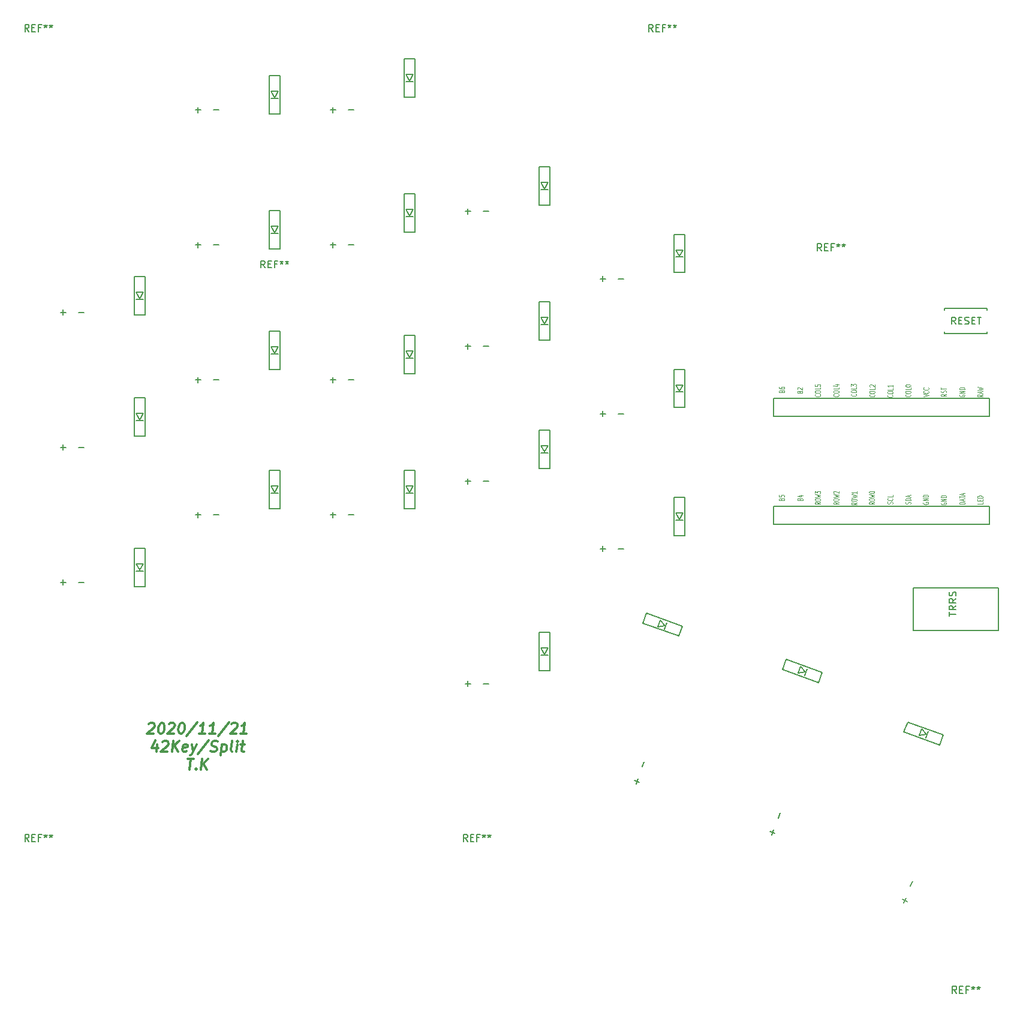
<source format=gto>
G04 #@! TF.GenerationSoftware,KiCad,Pcbnew,(5.1.5)-2*
G04 #@! TF.CreationDate,2020-11-21T23:22:43+09:00*
G04 #@! TF.ProjectId,42Key,34324b65-792e-46b6-9963-61645f706362,rev?*
G04 #@! TF.SameCoordinates,Original*
G04 #@! TF.FileFunction,Legend,Top*
G04 #@! TF.FilePolarity,Positive*
%FSLAX46Y46*%
G04 Gerber Fmt 4.6, Leading zero omitted, Abs format (unit mm)*
G04 Created by KiCad (PCBNEW (5.1.5)-2) date 2020-11-21 23:22:43*
%MOMM*%
%LPD*%
G04 APERTURE LIST*
%ADD10C,0.300000*%
%ADD11C,0.150000*%
%ADD12C,0.125000*%
G04 APERTURE END LIST*
D10*
X38363571Y-116626428D02*
X38443928Y-116555000D01*
X38595714Y-116483571D01*
X38952857Y-116483571D01*
X39086785Y-116555000D01*
X39149285Y-116626428D01*
X39202857Y-116769285D01*
X39185000Y-116912142D01*
X39086785Y-117126428D01*
X38122500Y-117983571D01*
X39051071Y-117983571D01*
X40167142Y-116483571D02*
X40310000Y-116483571D01*
X40443928Y-116555000D01*
X40506428Y-116626428D01*
X40560000Y-116769285D01*
X40595714Y-117055000D01*
X40551071Y-117412142D01*
X40443928Y-117697857D01*
X40354642Y-117840714D01*
X40274285Y-117912142D01*
X40122500Y-117983571D01*
X39979642Y-117983571D01*
X39845714Y-117912142D01*
X39783214Y-117840714D01*
X39729642Y-117697857D01*
X39693928Y-117412142D01*
X39738571Y-117055000D01*
X39845714Y-116769285D01*
X39935000Y-116626428D01*
X40015357Y-116555000D01*
X40167142Y-116483571D01*
X41220714Y-116626428D02*
X41301071Y-116555000D01*
X41452857Y-116483571D01*
X41810000Y-116483571D01*
X41943928Y-116555000D01*
X42006428Y-116626428D01*
X42060000Y-116769285D01*
X42042142Y-116912142D01*
X41943928Y-117126428D01*
X40979642Y-117983571D01*
X41908214Y-117983571D01*
X43024285Y-116483571D02*
X43167142Y-116483571D01*
X43301071Y-116555000D01*
X43363571Y-116626428D01*
X43417142Y-116769285D01*
X43452857Y-117055000D01*
X43408214Y-117412142D01*
X43301071Y-117697857D01*
X43211785Y-117840714D01*
X43131428Y-117912142D01*
X42979642Y-117983571D01*
X42836785Y-117983571D01*
X42702857Y-117912142D01*
X42640357Y-117840714D01*
X42586785Y-117697857D01*
X42551071Y-117412142D01*
X42595714Y-117055000D01*
X42702857Y-116769285D01*
X42792142Y-116626428D01*
X42872500Y-116555000D01*
X43024285Y-116483571D01*
X45247500Y-116412142D02*
X43720714Y-118340714D01*
X46336785Y-117983571D02*
X45479642Y-117983571D01*
X45908214Y-117983571D02*
X46095714Y-116483571D01*
X45926071Y-116697857D01*
X45765357Y-116840714D01*
X45613571Y-116912142D01*
X47765357Y-117983571D02*
X46908214Y-117983571D01*
X47336785Y-117983571D02*
X47524285Y-116483571D01*
X47354642Y-116697857D01*
X47193928Y-116840714D01*
X47042142Y-116912142D01*
X49676071Y-116412142D02*
X48149285Y-118340714D01*
X50077857Y-116626428D02*
X50158214Y-116555000D01*
X50310000Y-116483571D01*
X50667142Y-116483571D01*
X50801071Y-116555000D01*
X50863571Y-116626428D01*
X50917142Y-116769285D01*
X50899285Y-116912142D01*
X50801071Y-117126428D01*
X49836785Y-117983571D01*
X50765357Y-117983571D01*
X52193928Y-117983571D02*
X51336785Y-117983571D01*
X51765357Y-117983571D02*
X51952857Y-116483571D01*
X51783214Y-116697857D01*
X51622500Y-116840714D01*
X51470714Y-116912142D01*
X39568928Y-119533571D02*
X39443928Y-120533571D01*
X39283214Y-118962142D02*
X38792142Y-120033571D01*
X39720714Y-120033571D01*
X40327857Y-119176428D02*
X40408214Y-119105000D01*
X40560000Y-119033571D01*
X40917142Y-119033571D01*
X41051071Y-119105000D01*
X41113571Y-119176428D01*
X41167142Y-119319285D01*
X41149285Y-119462142D01*
X41051071Y-119676428D01*
X40086785Y-120533571D01*
X41015357Y-120533571D01*
X41658214Y-120533571D02*
X41845714Y-119033571D01*
X42515357Y-120533571D02*
X41979642Y-119676428D01*
X42702857Y-119033571D02*
X41738571Y-119890714D01*
X43738571Y-120462142D02*
X43586785Y-120533571D01*
X43301071Y-120533571D01*
X43167142Y-120462142D01*
X43113571Y-120319285D01*
X43185000Y-119747857D01*
X43274285Y-119605000D01*
X43426071Y-119533571D01*
X43711785Y-119533571D01*
X43845714Y-119605000D01*
X43899285Y-119747857D01*
X43881428Y-119890714D01*
X43149285Y-120033571D01*
X44426071Y-119533571D02*
X44658214Y-120533571D01*
X45140357Y-119533571D02*
X44658214Y-120533571D01*
X44470714Y-120890714D01*
X44390357Y-120962142D01*
X44238571Y-121033571D01*
X46854642Y-118962142D02*
X45327857Y-120890714D01*
X47095714Y-120462142D02*
X47301071Y-120533571D01*
X47658214Y-120533571D01*
X47810000Y-120462142D01*
X47890357Y-120390714D01*
X47979642Y-120247857D01*
X47997500Y-120105000D01*
X47943928Y-119962142D01*
X47881428Y-119890714D01*
X47747500Y-119819285D01*
X47470714Y-119747857D01*
X47336785Y-119676428D01*
X47274285Y-119605000D01*
X47220714Y-119462142D01*
X47238571Y-119319285D01*
X47327857Y-119176428D01*
X47408214Y-119105000D01*
X47560000Y-119033571D01*
X47917142Y-119033571D01*
X48122500Y-119105000D01*
X48711785Y-119533571D02*
X48524285Y-121033571D01*
X48702857Y-119605000D02*
X48854642Y-119533571D01*
X49140357Y-119533571D01*
X49274285Y-119605000D01*
X49336785Y-119676428D01*
X49390357Y-119819285D01*
X49336785Y-120247857D01*
X49247500Y-120390714D01*
X49167142Y-120462142D01*
X49015357Y-120533571D01*
X48729642Y-120533571D01*
X48595714Y-120462142D01*
X50158214Y-120533571D02*
X50024285Y-120462142D01*
X49970714Y-120319285D01*
X50131428Y-119033571D01*
X50729642Y-120533571D02*
X50854642Y-119533571D01*
X50917142Y-119033571D02*
X50836785Y-119105000D01*
X50899285Y-119176428D01*
X50979642Y-119105000D01*
X50917142Y-119033571D01*
X50899285Y-119176428D01*
X51354642Y-119533571D02*
X51926071Y-119533571D01*
X51631428Y-119033571D02*
X51470714Y-120319285D01*
X51524285Y-120462142D01*
X51658214Y-120533571D01*
X51801071Y-120533571D01*
X43845714Y-121583571D02*
X44702857Y-121583571D01*
X44086785Y-123083571D02*
X44274285Y-121583571D01*
X45033214Y-122940714D02*
X45095714Y-123012142D01*
X45015357Y-123083571D01*
X44952857Y-123012142D01*
X45033214Y-122940714D01*
X45015357Y-123083571D01*
X45729642Y-123083571D02*
X45917142Y-121583571D01*
X46586785Y-123083571D02*
X46051071Y-122226428D01*
X46774285Y-121583571D02*
X45810000Y-122440714D01*
D11*
X37075000Y-56590000D02*
X36575000Y-55690000D01*
X36575000Y-55690000D02*
X37575000Y-55690000D01*
X37575000Y-55690000D02*
X37075000Y-56590000D01*
X36575000Y-56690000D02*
X37575000Y-56690000D01*
X36325000Y-53490000D02*
X36325000Y-58890000D01*
X36325000Y-58890000D02*
X37825000Y-58890000D01*
X37825000Y-58890000D02*
X37825000Y-53490000D01*
X37825000Y-53490000D02*
X36325000Y-53490000D01*
X37100000Y-73680000D02*
X36600000Y-72780000D01*
X36600000Y-72780000D02*
X37600000Y-72780000D01*
X37600000Y-72780000D02*
X37100000Y-73680000D01*
X36600000Y-73780000D02*
X37600000Y-73780000D01*
X36350000Y-70580000D02*
X36350000Y-75980000D01*
X36350000Y-75980000D02*
X37850000Y-75980000D01*
X37850000Y-75980000D02*
X37850000Y-70580000D01*
X37850000Y-70580000D02*
X36350000Y-70580000D01*
X37075000Y-94908750D02*
X36575000Y-94008750D01*
X36575000Y-94008750D02*
X37575000Y-94008750D01*
X37575000Y-94008750D02*
X37075000Y-94908750D01*
X36575000Y-95008750D02*
X37575000Y-95008750D01*
X36325000Y-91808750D02*
X36325000Y-97208750D01*
X36325000Y-97208750D02*
X37825000Y-97208750D01*
X37825000Y-97208750D02*
X37825000Y-91808750D01*
X37825000Y-91808750D02*
X36325000Y-91808750D01*
X56875000Y-25133750D02*
X55375000Y-25133750D01*
X56875000Y-30533750D02*
X56875000Y-25133750D01*
X55375000Y-30533750D02*
X56875000Y-30533750D01*
X55375000Y-25133750D02*
X55375000Y-30533750D01*
X55625000Y-28333750D02*
X56625000Y-28333750D01*
X56625000Y-27333750D02*
X56125000Y-28233750D01*
X55625000Y-27333750D02*
X56625000Y-27333750D01*
X56125000Y-28233750D02*
X55625000Y-27333750D01*
X56125000Y-47283750D02*
X55625000Y-46383750D01*
X55625000Y-46383750D02*
X56625000Y-46383750D01*
X56625000Y-46383750D02*
X56125000Y-47283750D01*
X55625000Y-47383750D02*
X56625000Y-47383750D01*
X55375000Y-44183750D02*
X55375000Y-49583750D01*
X55375000Y-49583750D02*
X56875000Y-49583750D01*
X56875000Y-49583750D02*
X56875000Y-44183750D01*
X56875000Y-44183750D02*
X55375000Y-44183750D01*
X56875000Y-61198750D02*
X55375000Y-61198750D01*
X56875000Y-66598750D02*
X56875000Y-61198750D01*
X55375000Y-66598750D02*
X56875000Y-66598750D01*
X55375000Y-61198750D02*
X55375000Y-66598750D01*
X55625000Y-64398750D02*
X56625000Y-64398750D01*
X56625000Y-63398750D02*
X56125000Y-64298750D01*
X55625000Y-63398750D02*
X56625000Y-63398750D01*
X56125000Y-64298750D02*
X55625000Y-63398750D01*
X56875000Y-80855000D02*
X55375000Y-80855000D01*
X56875000Y-86255000D02*
X56875000Y-80855000D01*
X55375000Y-86255000D02*
X56875000Y-86255000D01*
X55375000Y-80855000D02*
X55375000Y-86255000D01*
X55625000Y-84055000D02*
X56625000Y-84055000D01*
X56625000Y-83055000D02*
X56125000Y-83955000D01*
X55625000Y-83055000D02*
X56625000Y-83055000D01*
X56125000Y-83955000D02*
X55625000Y-83055000D01*
X75175000Y-25852500D02*
X74675000Y-24952500D01*
X74675000Y-24952500D02*
X75675000Y-24952500D01*
X75675000Y-24952500D02*
X75175000Y-25852500D01*
X74675000Y-25952500D02*
X75675000Y-25952500D01*
X74425000Y-22752500D02*
X74425000Y-28152500D01*
X74425000Y-28152500D02*
X75925000Y-28152500D01*
X75925000Y-28152500D02*
X75925000Y-22752500D01*
X75925000Y-22752500D02*
X74425000Y-22752500D01*
X75175000Y-44902500D02*
X74675000Y-44002500D01*
X74675000Y-44002500D02*
X75675000Y-44002500D01*
X75675000Y-44002500D02*
X75175000Y-44902500D01*
X74675000Y-45002500D02*
X75675000Y-45002500D01*
X74425000Y-41802500D02*
X74425000Y-47202500D01*
X74425000Y-47202500D02*
X75925000Y-47202500D01*
X75925000Y-47202500D02*
X75925000Y-41802500D01*
X75925000Y-41802500D02*
X74425000Y-41802500D01*
X75175000Y-64905000D02*
X74675000Y-64005000D01*
X74675000Y-64005000D02*
X75675000Y-64005000D01*
X75675000Y-64005000D02*
X75175000Y-64905000D01*
X74675000Y-65005000D02*
X75675000Y-65005000D01*
X74425000Y-61805000D02*
X74425000Y-67205000D01*
X74425000Y-67205000D02*
X75925000Y-67205000D01*
X75925000Y-67205000D02*
X75925000Y-61805000D01*
X75925000Y-61805000D02*
X74425000Y-61805000D01*
X75175000Y-83955000D02*
X74675000Y-83055000D01*
X74675000Y-83055000D02*
X75675000Y-83055000D01*
X75675000Y-83055000D02*
X75175000Y-83955000D01*
X74675000Y-84055000D02*
X75675000Y-84055000D01*
X74425000Y-80855000D02*
X74425000Y-86255000D01*
X74425000Y-86255000D02*
X75925000Y-86255000D01*
X75925000Y-86255000D02*
X75925000Y-80855000D01*
X75925000Y-80855000D02*
X74425000Y-80855000D01*
X94975000Y-37992500D02*
X93475000Y-37992500D01*
X94975000Y-43392500D02*
X94975000Y-37992500D01*
X93475000Y-43392500D02*
X94975000Y-43392500D01*
X93475000Y-37992500D02*
X93475000Y-43392500D01*
X93725000Y-41192500D02*
X94725000Y-41192500D01*
X94725000Y-40192500D02*
X94225000Y-41092500D01*
X93725000Y-40192500D02*
X94725000Y-40192500D01*
X94225000Y-41092500D02*
X93725000Y-40192500D01*
X94975000Y-57042500D02*
X93475000Y-57042500D01*
X94975000Y-62442500D02*
X94975000Y-57042500D01*
X93475000Y-62442500D02*
X94975000Y-62442500D01*
X93475000Y-57042500D02*
X93475000Y-62442500D01*
X93725000Y-60242500D02*
X94725000Y-60242500D01*
X94725000Y-59242500D02*
X94225000Y-60142500D01*
X93725000Y-59242500D02*
X94725000Y-59242500D01*
X94225000Y-60142500D02*
X93725000Y-59242500D01*
X94975000Y-75140000D02*
X93475000Y-75140000D01*
X94975000Y-80540000D02*
X94975000Y-75140000D01*
X93475000Y-80540000D02*
X94975000Y-80540000D01*
X93475000Y-75140000D02*
X93475000Y-80540000D01*
X93725000Y-78340000D02*
X94725000Y-78340000D01*
X94725000Y-77340000D02*
X94225000Y-78240000D01*
X93725000Y-77340000D02*
X94725000Y-77340000D01*
X94225000Y-78240000D02*
X93725000Y-77340000D01*
X113275000Y-50617500D02*
X112775000Y-49717500D01*
X112775000Y-49717500D02*
X113775000Y-49717500D01*
X113775000Y-49717500D02*
X113275000Y-50617500D01*
X112775000Y-50717500D02*
X113775000Y-50717500D01*
X112525000Y-47517500D02*
X112525000Y-52917500D01*
X112525000Y-52917500D02*
X114025000Y-52917500D01*
X114025000Y-52917500D02*
X114025000Y-47517500D01*
X114025000Y-47517500D02*
X112525000Y-47517500D01*
X113275000Y-69667500D02*
X112775000Y-68767500D01*
X112775000Y-68767500D02*
X113775000Y-68767500D01*
X113775000Y-68767500D02*
X113275000Y-69667500D01*
X112775000Y-69767500D02*
X113775000Y-69767500D01*
X112525000Y-66567500D02*
X112525000Y-71967500D01*
X112525000Y-71967500D02*
X114025000Y-71967500D01*
X114025000Y-71967500D02*
X114025000Y-66567500D01*
X114025000Y-66567500D02*
X112525000Y-66567500D01*
X113275000Y-87765000D02*
X112775000Y-86865000D01*
X112775000Y-86865000D02*
X113775000Y-86865000D01*
X113775000Y-86865000D02*
X113275000Y-87765000D01*
X112775000Y-87865000D02*
X113775000Y-87865000D01*
X112525000Y-84665000D02*
X112525000Y-90065000D01*
X112525000Y-90065000D02*
X114025000Y-90065000D01*
X114025000Y-90065000D02*
X114025000Y-84665000D01*
X114025000Y-84665000D02*
X112525000Y-84665000D01*
X94975000Y-103715000D02*
X93475000Y-103715000D01*
X94975000Y-109115000D02*
X94975000Y-103715000D01*
X93475000Y-109115000D02*
X94975000Y-109115000D01*
X93475000Y-103715000D02*
X93475000Y-109115000D01*
X93725000Y-106915000D02*
X94725000Y-106915000D01*
X94725000Y-105915000D02*
X94225000Y-106815000D01*
X93725000Y-105915000D02*
X94725000Y-105915000D01*
X94225000Y-106815000D02*
X93725000Y-105915000D01*
X108613095Y-100976776D02*
X108100065Y-102386315D01*
X113687435Y-102823685D02*
X108613095Y-100976776D01*
X113174405Y-104233224D02*
X113687435Y-102823685D01*
X108100065Y-102386315D02*
X113174405Y-104233224D01*
X111192586Y-103245856D02*
X111534606Y-102306164D01*
X110594914Y-101964144D02*
X111269627Y-102741808D01*
X110252894Y-102903836D02*
X110594914Y-101964144D01*
X111269627Y-102741808D02*
X110252894Y-102903836D01*
X128376391Y-107513440D02*
X127863361Y-108922979D01*
X133450731Y-109360349D02*
X128376391Y-107513440D01*
X132937701Y-110769888D02*
X133450731Y-109360349D01*
X127863361Y-108922979D02*
X132937701Y-110769888D01*
X130955882Y-109782520D02*
X131297902Y-108842828D01*
X130358210Y-108500808D02*
X131032923Y-109278472D01*
X130016190Y-109440500D02*
X130358210Y-108500808D01*
X131032923Y-109278472D02*
X130016190Y-109440500D01*
X145514116Y-116342429D02*
X145001086Y-117751968D01*
X150588456Y-118189338D02*
X145514116Y-116342429D01*
X150075426Y-119598877D02*
X150588456Y-118189338D01*
X145001086Y-117751968D02*
X150075426Y-119598877D01*
X148093607Y-118611509D02*
X148435627Y-117671817D01*
X147495935Y-117329797D02*
X148170648Y-118107461D01*
X147153915Y-118269489D02*
X147495935Y-117329797D01*
X148170648Y-118107461D02*
X147153915Y-118269489D01*
X158350000Y-97390000D02*
X158350000Y-103390000D01*
X158350000Y-103390000D02*
X146350000Y-103390000D01*
X146350000Y-103390000D02*
X146350000Y-97390000D01*
X146350000Y-97390000D02*
X158350000Y-97390000D01*
X150756250Y-61492500D02*
X156756250Y-61492500D01*
X156756250Y-61492500D02*
X156756250Y-61242500D01*
X150756250Y-61492500D02*
X150756250Y-61242500D01*
X150756250Y-57992500D02*
X150756250Y-58242500D01*
X150756250Y-57992500D02*
X156756250Y-57992500D01*
X156756250Y-57992500D02*
X156756250Y-58242500D01*
X126568000Y-85876400D02*
X157048000Y-85876400D01*
X126568000Y-88416400D02*
X126568000Y-85876400D01*
X157048000Y-88416400D02*
X126568000Y-88416400D01*
X157048000Y-85876400D02*
X157048000Y-88416400D01*
X126568000Y-70656400D02*
X157048000Y-70656400D01*
X126568000Y-73196400D02*
X126568000Y-70656400D01*
X157048000Y-73196400D02*
X126568000Y-73196400D01*
X157048000Y-70656400D02*
X157048000Y-73196400D01*
X54791666Y-52232380D02*
X54458333Y-51756190D01*
X54220238Y-52232380D02*
X54220238Y-51232380D01*
X54601190Y-51232380D01*
X54696428Y-51280000D01*
X54744047Y-51327619D01*
X54791666Y-51422857D01*
X54791666Y-51565714D01*
X54744047Y-51660952D01*
X54696428Y-51708571D01*
X54601190Y-51756190D01*
X54220238Y-51756190D01*
X55220238Y-51708571D02*
X55553571Y-51708571D01*
X55696428Y-52232380D02*
X55220238Y-52232380D01*
X55220238Y-51232380D01*
X55696428Y-51232380D01*
X56458333Y-51708571D02*
X56125000Y-51708571D01*
X56125000Y-52232380D02*
X56125000Y-51232380D01*
X56601190Y-51232380D01*
X57125000Y-51232380D02*
X57125000Y-51470476D01*
X56886904Y-51375238D02*
X57125000Y-51470476D01*
X57363095Y-51375238D01*
X56982142Y-51660952D02*
X57125000Y-51470476D01*
X57267857Y-51660952D01*
X57886904Y-51232380D02*
X57886904Y-51470476D01*
X57648809Y-51375238D02*
X57886904Y-51470476D01*
X58125000Y-51375238D01*
X57744047Y-51660952D02*
X57886904Y-51470476D01*
X58029761Y-51660952D01*
X109560416Y-18894880D02*
X109227083Y-18418690D01*
X108988988Y-18894880D02*
X108988988Y-17894880D01*
X109369940Y-17894880D01*
X109465178Y-17942500D01*
X109512797Y-17990119D01*
X109560416Y-18085357D01*
X109560416Y-18228214D01*
X109512797Y-18323452D01*
X109465178Y-18371071D01*
X109369940Y-18418690D01*
X108988988Y-18418690D01*
X109988988Y-18371071D02*
X110322321Y-18371071D01*
X110465178Y-18894880D02*
X109988988Y-18894880D01*
X109988988Y-17894880D01*
X110465178Y-17894880D01*
X111227083Y-18371071D02*
X110893750Y-18371071D01*
X110893750Y-18894880D02*
X110893750Y-17894880D01*
X111369940Y-17894880D01*
X111893750Y-17894880D02*
X111893750Y-18132976D01*
X111655654Y-18037738D02*
X111893750Y-18132976D01*
X112131845Y-18037738D01*
X111750892Y-18323452D02*
X111893750Y-18132976D01*
X112036607Y-18323452D01*
X112655654Y-17894880D02*
X112655654Y-18132976D01*
X112417559Y-18037738D02*
X112655654Y-18132976D01*
X112893750Y-18037738D01*
X112512797Y-18323452D02*
X112655654Y-18132976D01*
X112798511Y-18323452D01*
X133372916Y-49851130D02*
X133039583Y-49374940D01*
X132801488Y-49851130D02*
X132801488Y-48851130D01*
X133182440Y-48851130D01*
X133277678Y-48898750D01*
X133325297Y-48946369D01*
X133372916Y-49041607D01*
X133372916Y-49184464D01*
X133325297Y-49279702D01*
X133277678Y-49327321D01*
X133182440Y-49374940D01*
X132801488Y-49374940D01*
X133801488Y-49327321D02*
X134134821Y-49327321D01*
X134277678Y-49851130D02*
X133801488Y-49851130D01*
X133801488Y-48851130D01*
X134277678Y-48851130D01*
X135039583Y-49327321D02*
X134706250Y-49327321D01*
X134706250Y-49851130D02*
X134706250Y-48851130D01*
X135182440Y-48851130D01*
X135706250Y-48851130D02*
X135706250Y-49089226D01*
X135468154Y-48993988D02*
X135706250Y-49089226D01*
X135944345Y-48993988D01*
X135563392Y-49279702D02*
X135706250Y-49089226D01*
X135849107Y-49279702D01*
X136468154Y-48851130D02*
X136468154Y-49089226D01*
X136230059Y-48993988D02*
X136468154Y-49089226D01*
X136706250Y-48993988D01*
X136325297Y-49279702D02*
X136468154Y-49089226D01*
X136611011Y-49279702D01*
X152422916Y-154626130D02*
X152089583Y-154149940D01*
X151851488Y-154626130D02*
X151851488Y-153626130D01*
X152232440Y-153626130D01*
X152327678Y-153673750D01*
X152375297Y-153721369D01*
X152422916Y-153816607D01*
X152422916Y-153959464D01*
X152375297Y-154054702D01*
X152327678Y-154102321D01*
X152232440Y-154149940D01*
X151851488Y-154149940D01*
X152851488Y-154102321D02*
X153184821Y-154102321D01*
X153327678Y-154626130D02*
X152851488Y-154626130D01*
X152851488Y-153626130D01*
X153327678Y-153626130D01*
X154089583Y-154102321D02*
X153756250Y-154102321D01*
X153756250Y-154626130D02*
X153756250Y-153626130D01*
X154232440Y-153626130D01*
X154756250Y-153626130D02*
X154756250Y-153864226D01*
X154518154Y-153768988D02*
X154756250Y-153864226D01*
X154994345Y-153768988D01*
X154613392Y-154054702D02*
X154756250Y-153864226D01*
X154899107Y-154054702D01*
X155518154Y-153626130D02*
X155518154Y-153864226D01*
X155280059Y-153768988D02*
X155518154Y-153864226D01*
X155756250Y-153768988D01*
X155375297Y-154054702D02*
X155518154Y-153864226D01*
X155661011Y-154054702D01*
X83366666Y-133194880D02*
X83033333Y-132718690D01*
X82795238Y-133194880D02*
X82795238Y-132194880D01*
X83176190Y-132194880D01*
X83271428Y-132242500D01*
X83319047Y-132290119D01*
X83366666Y-132385357D01*
X83366666Y-132528214D01*
X83319047Y-132623452D01*
X83271428Y-132671071D01*
X83176190Y-132718690D01*
X82795238Y-132718690D01*
X83795238Y-132671071D02*
X84128571Y-132671071D01*
X84271428Y-133194880D02*
X83795238Y-133194880D01*
X83795238Y-132194880D01*
X84271428Y-132194880D01*
X85033333Y-132671071D02*
X84700000Y-132671071D01*
X84700000Y-133194880D02*
X84700000Y-132194880D01*
X85176190Y-132194880D01*
X85700000Y-132194880D02*
X85700000Y-132432976D01*
X85461904Y-132337738D02*
X85700000Y-132432976D01*
X85938095Y-132337738D01*
X85557142Y-132623452D02*
X85700000Y-132432976D01*
X85842857Y-132623452D01*
X86461904Y-132194880D02*
X86461904Y-132432976D01*
X86223809Y-132337738D02*
X86461904Y-132432976D01*
X86700000Y-132337738D01*
X86319047Y-132623452D02*
X86461904Y-132432976D01*
X86604761Y-132623452D01*
X21454166Y-133194880D02*
X21120833Y-132718690D01*
X20882738Y-133194880D02*
X20882738Y-132194880D01*
X21263690Y-132194880D01*
X21358928Y-132242500D01*
X21406547Y-132290119D01*
X21454166Y-132385357D01*
X21454166Y-132528214D01*
X21406547Y-132623452D01*
X21358928Y-132671071D01*
X21263690Y-132718690D01*
X20882738Y-132718690D01*
X21882738Y-132671071D02*
X22216071Y-132671071D01*
X22358928Y-133194880D02*
X21882738Y-133194880D01*
X21882738Y-132194880D01*
X22358928Y-132194880D01*
X23120833Y-132671071D02*
X22787500Y-132671071D01*
X22787500Y-133194880D02*
X22787500Y-132194880D01*
X23263690Y-132194880D01*
X23787500Y-132194880D02*
X23787500Y-132432976D01*
X23549404Y-132337738D02*
X23787500Y-132432976D01*
X24025595Y-132337738D01*
X23644642Y-132623452D02*
X23787500Y-132432976D01*
X23930357Y-132623452D01*
X24549404Y-132194880D02*
X24549404Y-132432976D01*
X24311309Y-132337738D02*
X24549404Y-132432976D01*
X24787500Y-132337738D01*
X24406547Y-132623452D02*
X24549404Y-132432976D01*
X24692261Y-132623452D01*
X21454166Y-18894880D02*
X21120833Y-18418690D01*
X20882738Y-18894880D02*
X20882738Y-17894880D01*
X21263690Y-17894880D01*
X21358928Y-17942500D01*
X21406547Y-17990119D01*
X21454166Y-18085357D01*
X21454166Y-18228214D01*
X21406547Y-18323452D01*
X21358928Y-18371071D01*
X21263690Y-18418690D01*
X20882738Y-18418690D01*
X21882738Y-18371071D02*
X22216071Y-18371071D01*
X22358928Y-18894880D02*
X21882738Y-18894880D01*
X21882738Y-17894880D01*
X22358928Y-17894880D01*
X23120833Y-18371071D02*
X22787500Y-18371071D01*
X22787500Y-18894880D02*
X22787500Y-17894880D01*
X23263690Y-17894880D01*
X23787500Y-17894880D02*
X23787500Y-18132976D01*
X23549404Y-18037738D02*
X23787500Y-18132976D01*
X24025595Y-18037738D01*
X23644642Y-18323452D02*
X23787500Y-18132976D01*
X23930357Y-18323452D01*
X24549404Y-17894880D02*
X24549404Y-18132976D01*
X24311309Y-18037738D02*
X24549404Y-18132976D01*
X24787500Y-18037738D01*
X24406547Y-18323452D02*
X24549404Y-18132976D01*
X24692261Y-18323452D01*
X145924414Y-139513570D02*
X146209828Y-138807144D01*
X144972913Y-141868617D02*
X145258327Y-141162191D01*
X145468833Y-141658111D02*
X144762407Y-141372697D01*
X151352380Y-101401904D02*
X151352380Y-100830476D01*
X152352380Y-101116190D02*
X151352380Y-101116190D01*
X152352380Y-99925714D02*
X151876190Y-100259047D01*
X152352380Y-100497142D02*
X151352380Y-100497142D01*
X151352380Y-100116190D01*
X151400000Y-100020952D01*
X151447619Y-99973333D01*
X151542857Y-99925714D01*
X151685714Y-99925714D01*
X151780952Y-99973333D01*
X151828571Y-100020952D01*
X151876190Y-100116190D01*
X151876190Y-100497142D01*
X152352380Y-98925714D02*
X151876190Y-99259047D01*
X152352380Y-99497142D02*
X151352380Y-99497142D01*
X151352380Y-99116190D01*
X151400000Y-99020952D01*
X151447619Y-98973333D01*
X151542857Y-98925714D01*
X151685714Y-98925714D01*
X151780952Y-98973333D01*
X151828571Y-99020952D01*
X151876190Y-99116190D01*
X151876190Y-99497142D01*
X152304761Y-98544761D02*
X152352380Y-98401904D01*
X152352380Y-98163809D01*
X152304761Y-98068571D01*
X152257142Y-98020952D01*
X152161904Y-97973333D01*
X152066666Y-97973333D01*
X151971428Y-98020952D01*
X151923809Y-98068571D01*
X151876190Y-98163809D01*
X151828571Y-98354285D01*
X151780952Y-98449523D01*
X151733333Y-98497142D01*
X151638095Y-98544761D01*
X151542857Y-98544761D01*
X151447619Y-98497142D01*
X151400000Y-98449523D01*
X151352380Y-98354285D01*
X151352380Y-98116190D01*
X151400000Y-97973333D01*
X152303869Y-60194880D02*
X151970535Y-59718690D01*
X151732440Y-60194880D02*
X151732440Y-59194880D01*
X152113392Y-59194880D01*
X152208630Y-59242500D01*
X152256250Y-59290119D01*
X152303869Y-59385357D01*
X152303869Y-59528214D01*
X152256250Y-59623452D01*
X152208630Y-59671071D01*
X152113392Y-59718690D01*
X151732440Y-59718690D01*
X152732440Y-59671071D02*
X153065773Y-59671071D01*
X153208630Y-60194880D02*
X152732440Y-60194880D01*
X152732440Y-59194880D01*
X153208630Y-59194880D01*
X153589583Y-60147261D02*
X153732440Y-60194880D01*
X153970535Y-60194880D01*
X154065773Y-60147261D01*
X154113392Y-60099642D01*
X154161011Y-60004404D01*
X154161011Y-59909166D01*
X154113392Y-59813928D01*
X154065773Y-59766309D01*
X153970535Y-59718690D01*
X153780059Y-59671071D01*
X153684821Y-59623452D01*
X153637202Y-59575833D01*
X153589583Y-59480595D01*
X153589583Y-59385357D01*
X153637202Y-59290119D01*
X153684821Y-59242500D01*
X153780059Y-59194880D01*
X154018154Y-59194880D01*
X154161011Y-59242500D01*
X154589583Y-59671071D02*
X154922916Y-59671071D01*
X155065773Y-60194880D02*
X154589583Y-60194880D01*
X154589583Y-59194880D01*
X155065773Y-59194880D01*
X155351488Y-59194880D02*
X155922916Y-59194880D01*
X155637202Y-60194880D02*
X155637202Y-59194880D01*
X28429047Y-58551428D02*
X29190952Y-58551428D01*
X25899047Y-58551428D02*
X26660952Y-58551428D01*
X26280000Y-58932380D02*
X26280000Y-58170476D01*
X28429047Y-77601428D02*
X29190952Y-77601428D01*
X25899047Y-77601428D02*
X26660952Y-77601428D01*
X26280000Y-77982380D02*
X26280000Y-77220476D01*
X28429047Y-96651428D02*
X29190952Y-96651428D01*
X25899047Y-96651428D02*
X26660952Y-96651428D01*
X26280000Y-97032380D02*
X26280000Y-96270476D01*
X44949047Y-29976428D02*
X45710952Y-29976428D01*
X45330000Y-30357380D02*
X45330000Y-29595476D01*
X47479047Y-29976428D02*
X48240952Y-29976428D01*
X44949047Y-49026428D02*
X45710952Y-49026428D01*
X45330000Y-49407380D02*
X45330000Y-48645476D01*
X47479047Y-49026428D02*
X48240952Y-49026428D01*
X47479047Y-68076428D02*
X48240952Y-68076428D01*
X44949047Y-68076428D02*
X45710952Y-68076428D01*
X45330000Y-68457380D02*
X45330000Y-67695476D01*
X47479047Y-87126428D02*
X48240952Y-87126428D01*
X44949047Y-87126428D02*
X45710952Y-87126428D01*
X45330000Y-87507380D02*
X45330000Y-86745476D01*
X63999047Y-29976428D02*
X64760952Y-29976428D01*
X64380000Y-30357380D02*
X64380000Y-29595476D01*
X66529047Y-29976428D02*
X67290952Y-29976428D01*
X63999047Y-49026428D02*
X64760952Y-49026428D01*
X64380000Y-49407380D02*
X64380000Y-48645476D01*
X66529047Y-49026428D02*
X67290952Y-49026428D01*
X66529047Y-68076428D02*
X67290952Y-68076428D01*
X63999047Y-68076428D02*
X64760952Y-68076428D01*
X64380000Y-68457380D02*
X64380000Y-67695476D01*
X66529047Y-87126428D02*
X67290952Y-87126428D01*
X63999047Y-87126428D02*
X64760952Y-87126428D01*
X64380000Y-87507380D02*
X64380000Y-86745476D01*
X83049047Y-44263928D02*
X83810952Y-44263928D01*
X83430000Y-44644880D02*
X83430000Y-43882976D01*
X85579047Y-44263928D02*
X86340952Y-44263928D01*
X83049047Y-63313928D02*
X83810952Y-63313928D01*
X83430000Y-63694880D02*
X83430000Y-62932976D01*
X85579047Y-63313928D02*
X86340952Y-63313928D01*
X85579047Y-82363928D02*
X86340952Y-82363928D01*
X83049047Y-82363928D02*
X83810952Y-82363928D01*
X83430000Y-82744880D02*
X83430000Y-81982976D01*
X102099047Y-53788928D02*
X102860952Y-53788928D01*
X102480000Y-54169880D02*
X102480000Y-53407976D01*
X104629047Y-53788928D02*
X105390952Y-53788928D01*
X104629047Y-72838928D02*
X105390952Y-72838928D01*
X102099047Y-72838928D02*
X102860952Y-72838928D01*
X102480000Y-73219880D02*
X102480000Y-72457976D01*
X102099047Y-91888928D02*
X102860952Y-91888928D01*
X102480000Y-92269880D02*
X102480000Y-91507976D01*
X104629047Y-91888928D02*
X105390952Y-91888928D01*
X83049047Y-110938928D02*
X83810952Y-110938928D01*
X83430000Y-111319880D02*
X83430000Y-110557976D01*
X85579047Y-110938928D02*
X86340952Y-110938928D01*
X107161386Y-125062888D02*
X107421973Y-124346931D01*
X107649658Y-124835203D02*
X106933701Y-124574616D01*
X108030117Y-122676069D02*
X108290704Y-121960112D01*
X126292913Y-132258617D02*
X126578327Y-131552191D01*
X126788833Y-132048111D02*
X126082407Y-131762697D01*
X127244414Y-129903570D02*
X127529828Y-129197144D01*
D12*
X138337285Y-85370952D02*
X137980142Y-85537619D01*
X138337285Y-85656666D02*
X137587285Y-85656666D01*
X137587285Y-85466190D01*
X137623000Y-85418571D01*
X137658714Y-85394761D01*
X137730142Y-85370952D01*
X137837285Y-85370952D01*
X137908714Y-85394761D01*
X137944428Y-85418571D01*
X137980142Y-85466190D01*
X137980142Y-85656666D01*
X137587285Y-85061428D02*
X137587285Y-84966190D01*
X137623000Y-84918571D01*
X137694428Y-84870952D01*
X137837285Y-84847142D01*
X138087285Y-84847142D01*
X138230142Y-84870952D01*
X138301571Y-84918571D01*
X138337285Y-84966190D01*
X138337285Y-85061428D01*
X138301571Y-85109047D01*
X138230142Y-85156666D01*
X138087285Y-85180476D01*
X137837285Y-85180476D01*
X137694428Y-85156666D01*
X137623000Y-85109047D01*
X137587285Y-85061428D01*
X137587285Y-84680476D02*
X138337285Y-84561428D01*
X137801571Y-84466190D01*
X138337285Y-84370952D01*
X137587285Y-84251904D01*
X138337285Y-83799523D02*
X138337285Y-84085238D01*
X138337285Y-83942380D02*
X137587285Y-83942380D01*
X137694428Y-83990000D01*
X137765857Y-84037619D01*
X137801571Y-84085238D01*
X135717857Y-70087619D02*
X135753571Y-70111428D01*
X135789285Y-70182857D01*
X135789285Y-70230476D01*
X135753571Y-70301904D01*
X135682142Y-70349523D01*
X135610714Y-70373333D01*
X135467857Y-70397142D01*
X135360714Y-70397142D01*
X135217857Y-70373333D01*
X135146428Y-70349523D01*
X135075000Y-70301904D01*
X135039285Y-70230476D01*
X135039285Y-70182857D01*
X135075000Y-70111428D01*
X135110714Y-70087619D01*
X135039285Y-69778095D02*
X135039285Y-69682857D01*
X135075000Y-69635238D01*
X135146428Y-69587619D01*
X135289285Y-69563809D01*
X135539285Y-69563809D01*
X135682142Y-69587619D01*
X135753571Y-69635238D01*
X135789285Y-69682857D01*
X135789285Y-69778095D01*
X135753571Y-69825714D01*
X135682142Y-69873333D01*
X135539285Y-69897142D01*
X135289285Y-69897142D01*
X135146428Y-69873333D01*
X135075000Y-69825714D01*
X135039285Y-69778095D01*
X135789285Y-69111428D02*
X135789285Y-69349523D01*
X135039285Y-69349523D01*
X135289285Y-68730476D02*
X135789285Y-68730476D01*
X135003571Y-68849523D02*
X135539285Y-68968571D01*
X135539285Y-68659047D01*
X135789285Y-85320952D02*
X135432142Y-85487619D01*
X135789285Y-85606666D02*
X135039285Y-85606666D01*
X135039285Y-85416190D01*
X135075000Y-85368571D01*
X135110714Y-85344761D01*
X135182142Y-85320952D01*
X135289285Y-85320952D01*
X135360714Y-85344761D01*
X135396428Y-85368571D01*
X135432142Y-85416190D01*
X135432142Y-85606666D01*
X135039285Y-85011428D02*
X135039285Y-84916190D01*
X135075000Y-84868571D01*
X135146428Y-84820952D01*
X135289285Y-84797142D01*
X135539285Y-84797142D01*
X135682142Y-84820952D01*
X135753571Y-84868571D01*
X135789285Y-84916190D01*
X135789285Y-85011428D01*
X135753571Y-85059047D01*
X135682142Y-85106666D01*
X135539285Y-85130476D01*
X135289285Y-85130476D01*
X135146428Y-85106666D01*
X135075000Y-85059047D01*
X135039285Y-85011428D01*
X135039285Y-84630476D02*
X135789285Y-84511428D01*
X135253571Y-84416190D01*
X135789285Y-84320952D01*
X135039285Y-84201904D01*
X135110714Y-84035238D02*
X135075000Y-84011428D01*
X135039285Y-83963809D01*
X135039285Y-83844761D01*
X135075000Y-83797142D01*
X135110714Y-83773333D01*
X135182142Y-83749523D01*
X135253571Y-83749523D01*
X135360714Y-83773333D01*
X135789285Y-84059047D01*
X135789285Y-83749523D01*
X133122357Y-70087619D02*
X133158071Y-70111428D01*
X133193785Y-70182857D01*
X133193785Y-70230476D01*
X133158071Y-70301904D01*
X133086642Y-70349523D01*
X133015214Y-70373333D01*
X132872357Y-70397142D01*
X132765214Y-70397142D01*
X132622357Y-70373333D01*
X132550928Y-70349523D01*
X132479500Y-70301904D01*
X132443785Y-70230476D01*
X132443785Y-70182857D01*
X132479500Y-70111428D01*
X132515214Y-70087619D01*
X132443785Y-69778095D02*
X132443785Y-69682857D01*
X132479500Y-69635238D01*
X132550928Y-69587619D01*
X132693785Y-69563809D01*
X132943785Y-69563809D01*
X133086642Y-69587619D01*
X133158071Y-69635238D01*
X133193785Y-69682857D01*
X133193785Y-69778095D01*
X133158071Y-69825714D01*
X133086642Y-69873333D01*
X132943785Y-69897142D01*
X132693785Y-69897142D01*
X132550928Y-69873333D01*
X132479500Y-69825714D01*
X132443785Y-69778095D01*
X133193785Y-69111428D02*
X133193785Y-69349523D01*
X132443785Y-69349523D01*
X132443785Y-68706666D02*
X132443785Y-68944761D01*
X132800928Y-68968571D01*
X132765214Y-68944761D01*
X132729500Y-68897142D01*
X132729500Y-68778095D01*
X132765214Y-68730476D01*
X132800928Y-68706666D01*
X132872357Y-68682857D01*
X133050928Y-68682857D01*
X133122357Y-68706666D01*
X133158071Y-68730476D01*
X133193785Y-68778095D01*
X133193785Y-68897142D01*
X133158071Y-68944761D01*
X133122357Y-68968571D01*
X133193785Y-85320952D02*
X132836642Y-85487619D01*
X133193785Y-85606666D02*
X132443785Y-85606666D01*
X132443785Y-85416190D01*
X132479500Y-85368571D01*
X132515214Y-85344761D01*
X132586642Y-85320952D01*
X132693785Y-85320952D01*
X132765214Y-85344761D01*
X132800928Y-85368571D01*
X132836642Y-85416190D01*
X132836642Y-85606666D01*
X132443785Y-85011428D02*
X132443785Y-84916190D01*
X132479500Y-84868571D01*
X132550928Y-84820952D01*
X132693785Y-84797142D01*
X132943785Y-84797142D01*
X133086642Y-84820952D01*
X133158071Y-84868571D01*
X133193785Y-84916190D01*
X133193785Y-85011428D01*
X133158071Y-85059047D01*
X133086642Y-85106666D01*
X132943785Y-85130476D01*
X132693785Y-85130476D01*
X132550928Y-85106666D01*
X132479500Y-85059047D01*
X132443785Y-85011428D01*
X132443785Y-84630476D02*
X133193785Y-84511428D01*
X132658071Y-84416190D01*
X133193785Y-84320952D01*
X132443785Y-84201904D01*
X132443785Y-84059047D02*
X132443785Y-83749523D01*
X132729500Y-83916190D01*
X132729500Y-83844761D01*
X132765214Y-83797142D01*
X132800928Y-83773333D01*
X132872357Y-83749523D01*
X133050928Y-83749523D01*
X133122357Y-83773333D01*
X133158071Y-83797142D01*
X133193785Y-83844761D01*
X133193785Y-83987619D01*
X133158071Y-84035238D01*
X133122357Y-84059047D01*
X130296428Y-69742380D02*
X130332142Y-69670952D01*
X130367857Y-69647142D01*
X130439285Y-69623333D01*
X130546428Y-69623333D01*
X130617857Y-69647142D01*
X130653571Y-69670952D01*
X130689285Y-69718571D01*
X130689285Y-69909047D01*
X129939285Y-69909047D01*
X129939285Y-69742380D01*
X129975000Y-69694761D01*
X130010714Y-69670952D01*
X130082142Y-69647142D01*
X130153571Y-69647142D01*
X130225000Y-69670952D01*
X130260714Y-69694761D01*
X130296428Y-69742380D01*
X130296428Y-69909047D01*
X130010714Y-69432857D02*
X129975000Y-69409047D01*
X129939285Y-69361428D01*
X129939285Y-69242380D01*
X129975000Y-69194761D01*
X130010714Y-69170952D01*
X130082142Y-69147142D01*
X130153571Y-69147142D01*
X130260714Y-69170952D01*
X130689285Y-69456666D01*
X130689285Y-69147142D01*
X130324428Y-84892380D02*
X130360142Y-84820952D01*
X130395857Y-84797142D01*
X130467285Y-84773333D01*
X130574428Y-84773333D01*
X130645857Y-84797142D01*
X130681571Y-84820952D01*
X130717285Y-84868571D01*
X130717285Y-85059047D01*
X129967285Y-85059047D01*
X129967285Y-84892380D01*
X130003000Y-84844761D01*
X130038714Y-84820952D01*
X130110142Y-84797142D01*
X130181571Y-84797142D01*
X130253000Y-84820952D01*
X130288714Y-84844761D01*
X130324428Y-84892380D01*
X130324428Y-85059047D01*
X130217285Y-84344761D02*
X130717285Y-84344761D01*
X129931571Y-84463809D02*
X130467285Y-84582857D01*
X130467285Y-84273333D01*
X127720928Y-84892380D02*
X127756642Y-84820952D01*
X127792357Y-84797142D01*
X127863785Y-84773333D01*
X127970928Y-84773333D01*
X128042357Y-84797142D01*
X128078071Y-84820952D01*
X128113785Y-84868571D01*
X128113785Y-85059047D01*
X127363785Y-85059047D01*
X127363785Y-84892380D01*
X127399500Y-84844761D01*
X127435214Y-84820952D01*
X127506642Y-84797142D01*
X127578071Y-84797142D01*
X127649500Y-84820952D01*
X127685214Y-84844761D01*
X127720928Y-84892380D01*
X127720928Y-85059047D01*
X127363785Y-84320952D02*
X127363785Y-84559047D01*
X127720928Y-84582857D01*
X127685214Y-84559047D01*
X127649500Y-84511428D01*
X127649500Y-84392380D01*
X127685214Y-84344761D01*
X127720928Y-84320952D01*
X127792357Y-84297142D01*
X127970928Y-84297142D01*
X128042357Y-84320952D01*
X128078071Y-84344761D01*
X128113785Y-84392380D01*
X128113785Y-84511428D01*
X128078071Y-84559047D01*
X128042357Y-84582857D01*
X127746428Y-69642380D02*
X127782142Y-69570952D01*
X127817857Y-69547142D01*
X127889285Y-69523333D01*
X127996428Y-69523333D01*
X128067857Y-69547142D01*
X128103571Y-69570952D01*
X128139285Y-69618571D01*
X128139285Y-69809047D01*
X127389285Y-69809047D01*
X127389285Y-69642380D01*
X127425000Y-69594761D01*
X127460714Y-69570952D01*
X127532142Y-69547142D01*
X127603571Y-69547142D01*
X127675000Y-69570952D01*
X127710714Y-69594761D01*
X127746428Y-69642380D01*
X127746428Y-69809047D01*
X127389285Y-69094761D02*
X127389285Y-69190000D01*
X127425000Y-69237619D01*
X127460714Y-69261428D01*
X127567857Y-69309047D01*
X127710714Y-69332857D01*
X127996428Y-69332857D01*
X128067857Y-69309047D01*
X128103571Y-69285238D01*
X128139285Y-69237619D01*
X128139285Y-69142380D01*
X128103571Y-69094761D01*
X128067857Y-69070952D01*
X127996428Y-69047142D01*
X127817857Y-69047142D01*
X127746428Y-69070952D01*
X127710714Y-69094761D01*
X127675000Y-69142380D01*
X127675000Y-69237619D01*
X127710714Y-69285238D01*
X127746428Y-69309047D01*
X127817857Y-69332857D01*
X145867857Y-70137619D02*
X145903571Y-70161428D01*
X145939285Y-70232857D01*
X145939285Y-70280476D01*
X145903571Y-70351904D01*
X145832142Y-70399523D01*
X145760714Y-70423333D01*
X145617857Y-70447142D01*
X145510714Y-70447142D01*
X145367857Y-70423333D01*
X145296428Y-70399523D01*
X145225000Y-70351904D01*
X145189285Y-70280476D01*
X145189285Y-70232857D01*
X145225000Y-70161428D01*
X145260714Y-70137619D01*
X145189285Y-69828095D02*
X145189285Y-69732857D01*
X145225000Y-69685238D01*
X145296428Y-69637619D01*
X145439285Y-69613809D01*
X145689285Y-69613809D01*
X145832142Y-69637619D01*
X145903571Y-69685238D01*
X145939285Y-69732857D01*
X145939285Y-69828095D01*
X145903571Y-69875714D01*
X145832142Y-69923333D01*
X145689285Y-69947142D01*
X145439285Y-69947142D01*
X145296428Y-69923333D01*
X145225000Y-69875714D01*
X145189285Y-69828095D01*
X145939285Y-69161428D02*
X145939285Y-69399523D01*
X145189285Y-69399523D01*
X145189285Y-68899523D02*
X145189285Y-68851904D01*
X145225000Y-68804285D01*
X145260714Y-68780476D01*
X145332142Y-68756666D01*
X145475000Y-68732857D01*
X145653571Y-68732857D01*
X145796428Y-68756666D01*
X145867857Y-68780476D01*
X145903571Y-68804285D01*
X145939285Y-68851904D01*
X145939285Y-68899523D01*
X145903571Y-68947142D01*
X145867857Y-68970952D01*
X145796428Y-68994761D01*
X145653571Y-69018571D01*
X145475000Y-69018571D01*
X145332142Y-68994761D01*
X145260714Y-68970952D01*
X145225000Y-68947142D01*
X145189285Y-68899523D01*
X145921571Y-85558142D02*
X145957285Y-85486714D01*
X145957285Y-85367666D01*
X145921571Y-85320047D01*
X145885857Y-85296238D01*
X145814428Y-85272428D01*
X145743000Y-85272428D01*
X145671571Y-85296238D01*
X145635857Y-85320047D01*
X145600142Y-85367666D01*
X145564428Y-85462904D01*
X145528714Y-85510523D01*
X145493000Y-85534333D01*
X145421571Y-85558142D01*
X145350142Y-85558142D01*
X145278714Y-85534333D01*
X145243000Y-85510523D01*
X145207285Y-85462904D01*
X145207285Y-85343857D01*
X145243000Y-85272428D01*
X145957285Y-85058142D02*
X145207285Y-85058142D01*
X145207285Y-84939095D01*
X145243000Y-84867666D01*
X145314428Y-84820047D01*
X145385857Y-84796238D01*
X145528714Y-84772428D01*
X145635857Y-84772428D01*
X145778714Y-84796238D01*
X145850142Y-84820047D01*
X145921571Y-84867666D01*
X145957285Y-84939095D01*
X145957285Y-85058142D01*
X145743000Y-84581952D02*
X145743000Y-84343857D01*
X145957285Y-84629571D02*
X145207285Y-84462904D01*
X145957285Y-84296238D01*
X143345857Y-70187619D02*
X143381571Y-70211428D01*
X143417285Y-70282857D01*
X143417285Y-70330476D01*
X143381571Y-70401904D01*
X143310142Y-70449523D01*
X143238714Y-70473333D01*
X143095857Y-70497142D01*
X142988714Y-70497142D01*
X142845857Y-70473333D01*
X142774428Y-70449523D01*
X142703000Y-70401904D01*
X142667285Y-70330476D01*
X142667285Y-70282857D01*
X142703000Y-70211428D01*
X142738714Y-70187619D01*
X142667285Y-69878095D02*
X142667285Y-69782857D01*
X142703000Y-69735238D01*
X142774428Y-69687619D01*
X142917285Y-69663809D01*
X143167285Y-69663809D01*
X143310142Y-69687619D01*
X143381571Y-69735238D01*
X143417285Y-69782857D01*
X143417285Y-69878095D01*
X143381571Y-69925714D01*
X143310142Y-69973333D01*
X143167285Y-69997142D01*
X142917285Y-69997142D01*
X142774428Y-69973333D01*
X142703000Y-69925714D01*
X142667285Y-69878095D01*
X143417285Y-69211428D02*
X143417285Y-69449523D01*
X142667285Y-69449523D01*
X143417285Y-68782857D02*
X143417285Y-69068571D01*
X143417285Y-68925714D02*
X142667285Y-68925714D01*
X142774428Y-68973333D01*
X142845857Y-69020952D01*
X142881571Y-69068571D01*
X143381571Y-85546238D02*
X143417285Y-85474809D01*
X143417285Y-85355761D01*
X143381571Y-85308142D01*
X143345857Y-85284333D01*
X143274428Y-85260523D01*
X143203000Y-85260523D01*
X143131571Y-85284333D01*
X143095857Y-85308142D01*
X143060142Y-85355761D01*
X143024428Y-85451000D01*
X142988714Y-85498619D01*
X142953000Y-85522428D01*
X142881571Y-85546238D01*
X142810142Y-85546238D01*
X142738714Y-85522428D01*
X142703000Y-85498619D01*
X142667285Y-85451000D01*
X142667285Y-85331952D01*
X142703000Y-85260523D01*
X143345857Y-84760523D02*
X143381571Y-84784333D01*
X143417285Y-84855761D01*
X143417285Y-84903380D01*
X143381571Y-84974809D01*
X143310142Y-85022428D01*
X143238714Y-85046238D01*
X143095857Y-85070047D01*
X142988714Y-85070047D01*
X142845857Y-85046238D01*
X142774428Y-85022428D01*
X142703000Y-84974809D01*
X142667285Y-84903380D01*
X142667285Y-84855761D01*
X142703000Y-84784333D01*
X142738714Y-84760523D01*
X143417285Y-84308142D02*
X143417285Y-84546238D01*
X142667285Y-84546238D01*
X140805857Y-70137619D02*
X140841571Y-70161428D01*
X140877285Y-70232857D01*
X140877285Y-70280476D01*
X140841571Y-70351904D01*
X140770142Y-70399523D01*
X140698714Y-70423333D01*
X140555857Y-70447142D01*
X140448714Y-70447142D01*
X140305857Y-70423333D01*
X140234428Y-70399523D01*
X140163000Y-70351904D01*
X140127285Y-70280476D01*
X140127285Y-70232857D01*
X140163000Y-70161428D01*
X140198714Y-70137619D01*
X140127285Y-69828095D02*
X140127285Y-69732857D01*
X140163000Y-69685238D01*
X140234428Y-69637619D01*
X140377285Y-69613809D01*
X140627285Y-69613809D01*
X140770142Y-69637619D01*
X140841571Y-69685238D01*
X140877285Y-69732857D01*
X140877285Y-69828095D01*
X140841571Y-69875714D01*
X140770142Y-69923333D01*
X140627285Y-69947142D01*
X140377285Y-69947142D01*
X140234428Y-69923333D01*
X140163000Y-69875714D01*
X140127285Y-69828095D01*
X140877285Y-69161428D02*
X140877285Y-69399523D01*
X140127285Y-69399523D01*
X140198714Y-69018571D02*
X140163000Y-68994761D01*
X140127285Y-68947142D01*
X140127285Y-68828095D01*
X140163000Y-68780476D01*
X140198714Y-68756666D01*
X140270142Y-68732857D01*
X140341571Y-68732857D01*
X140448714Y-68756666D01*
X140877285Y-69042380D01*
X140877285Y-68732857D01*
X140839285Y-85320952D02*
X140482142Y-85487619D01*
X140839285Y-85606666D02*
X140089285Y-85606666D01*
X140089285Y-85416190D01*
X140125000Y-85368571D01*
X140160714Y-85344761D01*
X140232142Y-85320952D01*
X140339285Y-85320952D01*
X140410714Y-85344761D01*
X140446428Y-85368571D01*
X140482142Y-85416190D01*
X140482142Y-85606666D01*
X140089285Y-85011428D02*
X140089285Y-84916190D01*
X140125000Y-84868571D01*
X140196428Y-84820952D01*
X140339285Y-84797142D01*
X140589285Y-84797142D01*
X140732142Y-84820952D01*
X140803571Y-84868571D01*
X140839285Y-84916190D01*
X140839285Y-85011428D01*
X140803571Y-85059047D01*
X140732142Y-85106666D01*
X140589285Y-85130476D01*
X140339285Y-85130476D01*
X140196428Y-85106666D01*
X140125000Y-85059047D01*
X140089285Y-85011428D01*
X140089285Y-84630476D02*
X140839285Y-84511428D01*
X140303571Y-84416190D01*
X140839285Y-84320952D01*
X140089285Y-84201904D01*
X140089285Y-83916190D02*
X140089285Y-83868571D01*
X140125000Y-83820952D01*
X140160714Y-83797142D01*
X140232142Y-83773333D01*
X140375000Y-83749523D01*
X140553571Y-83749523D01*
X140696428Y-83773333D01*
X140767857Y-83797142D01*
X140803571Y-83820952D01*
X140839285Y-83868571D01*
X140839285Y-83916190D01*
X140803571Y-83963809D01*
X140767857Y-83987619D01*
X140696428Y-84011428D01*
X140553571Y-84035238D01*
X140375000Y-84035238D01*
X140232142Y-84011428D01*
X140160714Y-83987619D01*
X140125000Y-83963809D01*
X140089285Y-83916190D01*
X138217857Y-70037619D02*
X138253571Y-70061428D01*
X138289285Y-70132857D01*
X138289285Y-70180476D01*
X138253571Y-70251904D01*
X138182142Y-70299523D01*
X138110714Y-70323333D01*
X137967857Y-70347142D01*
X137860714Y-70347142D01*
X137717857Y-70323333D01*
X137646428Y-70299523D01*
X137575000Y-70251904D01*
X137539285Y-70180476D01*
X137539285Y-70132857D01*
X137575000Y-70061428D01*
X137610714Y-70037619D01*
X137539285Y-69728095D02*
X137539285Y-69632857D01*
X137575000Y-69585238D01*
X137646428Y-69537619D01*
X137789285Y-69513809D01*
X138039285Y-69513809D01*
X138182142Y-69537619D01*
X138253571Y-69585238D01*
X138289285Y-69632857D01*
X138289285Y-69728095D01*
X138253571Y-69775714D01*
X138182142Y-69823333D01*
X138039285Y-69847142D01*
X137789285Y-69847142D01*
X137646428Y-69823333D01*
X137575000Y-69775714D01*
X137539285Y-69728095D01*
X138289285Y-69061428D02*
X138289285Y-69299523D01*
X137539285Y-69299523D01*
X137539285Y-68942380D02*
X137539285Y-68632857D01*
X137825000Y-68799523D01*
X137825000Y-68728095D01*
X137860714Y-68680476D01*
X137896428Y-68656666D01*
X137967857Y-68632857D01*
X138146428Y-68632857D01*
X138217857Y-68656666D01*
X138253571Y-68680476D01*
X138289285Y-68728095D01*
X138289285Y-68870952D01*
X138253571Y-68918571D01*
X138217857Y-68942380D01*
X147719500Y-85331952D02*
X147683785Y-85379571D01*
X147683785Y-85451000D01*
X147719500Y-85522428D01*
X147790928Y-85570047D01*
X147862357Y-85593857D01*
X148005214Y-85617666D01*
X148112357Y-85617666D01*
X148255214Y-85593857D01*
X148326642Y-85570047D01*
X148398071Y-85522428D01*
X148433785Y-85451000D01*
X148433785Y-85403380D01*
X148398071Y-85331952D01*
X148362357Y-85308142D01*
X148112357Y-85308142D01*
X148112357Y-85403380D01*
X148433785Y-85093857D02*
X147683785Y-85093857D01*
X148433785Y-84808142D01*
X147683785Y-84808142D01*
X148433785Y-84570047D02*
X147683785Y-84570047D01*
X147683785Y-84451000D01*
X147719500Y-84379571D01*
X147790928Y-84331952D01*
X147862357Y-84308142D01*
X148005214Y-84284333D01*
X148112357Y-84284333D01*
X148255214Y-84308142D01*
X148326642Y-84331952D01*
X148398071Y-84379571D01*
X148433785Y-84451000D01*
X148433785Y-84570047D01*
X147747285Y-70441166D02*
X148497285Y-70274500D01*
X147747285Y-70107833D01*
X148425857Y-69655452D02*
X148461571Y-69679261D01*
X148497285Y-69750690D01*
X148497285Y-69798309D01*
X148461571Y-69869738D01*
X148390142Y-69917357D01*
X148318714Y-69941166D01*
X148175857Y-69964976D01*
X148068714Y-69964976D01*
X147925857Y-69941166D01*
X147854428Y-69917357D01*
X147783000Y-69869738D01*
X147747285Y-69798309D01*
X147747285Y-69750690D01*
X147783000Y-69679261D01*
X147818714Y-69655452D01*
X148425857Y-69155452D02*
X148461571Y-69179261D01*
X148497285Y-69250690D01*
X148497285Y-69298309D01*
X148461571Y-69369738D01*
X148390142Y-69417357D01*
X148318714Y-69441166D01*
X148175857Y-69464976D01*
X148068714Y-69464976D01*
X147925857Y-69441166D01*
X147854428Y-69417357D01*
X147783000Y-69369738D01*
X147747285Y-69298309D01*
X147747285Y-69250690D01*
X147783000Y-69179261D01*
X147818714Y-69155452D01*
X150259500Y-85395452D02*
X150223785Y-85443071D01*
X150223785Y-85514500D01*
X150259500Y-85585928D01*
X150330928Y-85633547D01*
X150402357Y-85657357D01*
X150545214Y-85681166D01*
X150652357Y-85681166D01*
X150795214Y-85657357D01*
X150866642Y-85633547D01*
X150938071Y-85585928D01*
X150973785Y-85514500D01*
X150973785Y-85466880D01*
X150938071Y-85395452D01*
X150902357Y-85371642D01*
X150652357Y-85371642D01*
X150652357Y-85466880D01*
X150973785Y-85157357D02*
X150223785Y-85157357D01*
X150973785Y-84871642D01*
X150223785Y-84871642D01*
X150973785Y-84633547D02*
X150223785Y-84633547D01*
X150223785Y-84514500D01*
X150259500Y-84443071D01*
X150330928Y-84395452D01*
X150402357Y-84371642D01*
X150545214Y-84347833D01*
X150652357Y-84347833D01*
X150795214Y-84371642D01*
X150866642Y-84395452D01*
X150938071Y-84443071D01*
X150973785Y-84514500D01*
X150973785Y-84633547D01*
X150973785Y-70048309D02*
X150616642Y-70214976D01*
X150973785Y-70334023D02*
X150223785Y-70334023D01*
X150223785Y-70143547D01*
X150259500Y-70095928D01*
X150295214Y-70072119D01*
X150366642Y-70048309D01*
X150473785Y-70048309D01*
X150545214Y-70072119D01*
X150580928Y-70095928D01*
X150616642Y-70143547D01*
X150616642Y-70334023D01*
X150938071Y-69857833D02*
X150973785Y-69786404D01*
X150973785Y-69667357D01*
X150938071Y-69619738D01*
X150902357Y-69595928D01*
X150830928Y-69572119D01*
X150759500Y-69572119D01*
X150688071Y-69595928D01*
X150652357Y-69619738D01*
X150616642Y-69667357D01*
X150580928Y-69762595D01*
X150545214Y-69810214D01*
X150509500Y-69834023D01*
X150438071Y-69857833D01*
X150366642Y-69857833D01*
X150295214Y-69834023D01*
X150259500Y-69810214D01*
X150223785Y-69762595D01*
X150223785Y-69643547D01*
X150259500Y-69572119D01*
X150223785Y-69429261D02*
X150223785Y-69143547D01*
X150973785Y-69286404D02*
X150223785Y-69286404D01*
X153589285Y-85590000D02*
X152839285Y-85590000D01*
X152839285Y-85470952D01*
X152875000Y-85399523D01*
X152946428Y-85351904D01*
X153017857Y-85328095D01*
X153160714Y-85304285D01*
X153267857Y-85304285D01*
X153410714Y-85328095D01*
X153482142Y-85351904D01*
X153553571Y-85399523D01*
X153589285Y-85470952D01*
X153589285Y-85590000D01*
X153375000Y-85113809D02*
X153375000Y-84875714D01*
X153589285Y-85161428D02*
X152839285Y-84994761D01*
X153589285Y-84828095D01*
X152839285Y-84732857D02*
X152839285Y-84447142D01*
X153589285Y-84590000D02*
X152839285Y-84590000D01*
X153375000Y-84304285D02*
X153375000Y-84066190D01*
X153589285Y-84351904D02*
X152839285Y-84185238D01*
X153589285Y-84018571D01*
X152863000Y-70155452D02*
X152827285Y-70203071D01*
X152827285Y-70274500D01*
X152863000Y-70345928D01*
X152934428Y-70393547D01*
X153005857Y-70417357D01*
X153148714Y-70441166D01*
X153255857Y-70441166D01*
X153398714Y-70417357D01*
X153470142Y-70393547D01*
X153541571Y-70345928D01*
X153577285Y-70274500D01*
X153577285Y-70226880D01*
X153541571Y-70155452D01*
X153505857Y-70131642D01*
X153255857Y-70131642D01*
X153255857Y-70226880D01*
X153577285Y-69917357D02*
X152827285Y-69917357D01*
X153577285Y-69631642D01*
X152827285Y-69631642D01*
X153577285Y-69393547D02*
X152827285Y-69393547D01*
X152827285Y-69274500D01*
X152863000Y-69203071D01*
X152934428Y-69155452D01*
X153005857Y-69131642D01*
X153148714Y-69107833D01*
X153255857Y-69107833D01*
X153398714Y-69131642D01*
X153470142Y-69155452D01*
X153541571Y-69203071D01*
X153577285Y-69274500D01*
X153577285Y-69393547D01*
X156117285Y-85311428D02*
X156117285Y-85549523D01*
X155367285Y-85549523D01*
X155724428Y-85144761D02*
X155724428Y-84978095D01*
X156117285Y-84906666D02*
X156117285Y-85144761D01*
X155367285Y-85144761D01*
X155367285Y-84906666D01*
X156117285Y-84692380D02*
X155367285Y-84692380D01*
X155367285Y-84573333D01*
X155403000Y-84501904D01*
X155474428Y-84454285D01*
X155545857Y-84430476D01*
X155688714Y-84406666D01*
X155795857Y-84406666D01*
X155938714Y-84430476D01*
X156010142Y-84454285D01*
X156081571Y-84501904D01*
X156117285Y-84573333D01*
X156117285Y-84692380D01*
X156117285Y-70119738D02*
X155760142Y-70286404D01*
X156117285Y-70405452D02*
X155367285Y-70405452D01*
X155367285Y-70214976D01*
X155403000Y-70167357D01*
X155438714Y-70143547D01*
X155510142Y-70119738D01*
X155617285Y-70119738D01*
X155688714Y-70143547D01*
X155724428Y-70167357D01*
X155760142Y-70214976D01*
X155760142Y-70405452D01*
X155903000Y-69929261D02*
X155903000Y-69691166D01*
X156117285Y-69976880D02*
X155367285Y-69810214D01*
X156117285Y-69643547D01*
X155367285Y-69524500D02*
X156117285Y-69405452D01*
X155581571Y-69310214D01*
X156117285Y-69214976D01*
X155367285Y-69095928D01*
D11*
M02*

</source>
